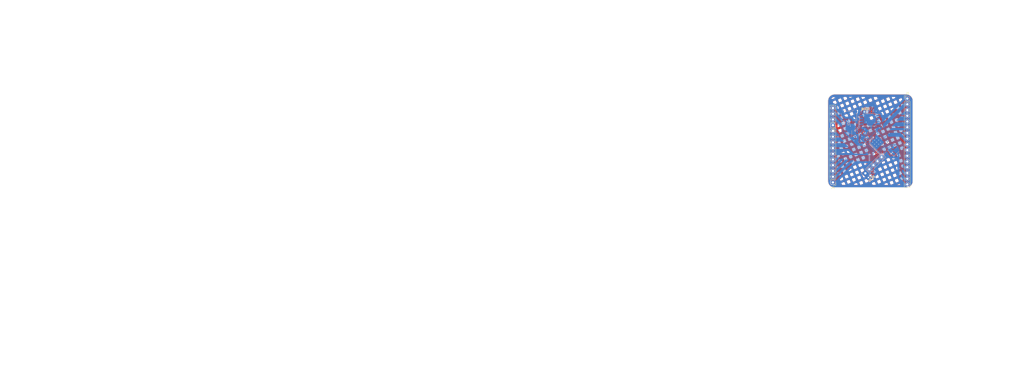
<source format=kicad_pcb>
(kicad_pcb (version 20221018) (generator pcbnew)
  (title_block (title "zensai65_UNI_i4") (rev "v2") (company "shoonie"))
  (layers (0 "F.Cu" signal) (31 "B.Cu" signal) (34 "B.Paste" user) (35 "F.Paste" user) (36 "B.SilkS" user "B.Silkscreen") (37 "F.SilkS" user "F.Silkscreen") (38 "B.Mask" user) (39 "F.Mask" user) (44 "Edge.Cuts" user))
  (net 0 "")
  (net 1 "Net-(J1-Pin_1)")
  (net 2 "Net-(J1-Pin_2)")
  (net 3 "Net-(J1-Pin_3)")
  (net 4 "Net-(J1-Pin_4)")
  (net 5 "Net-(J1-Pin_5)")
  (net 6 "Net-(J1-Pin_6)")
  (net 7 "Net-(J1-Pin_7)")
  (net 8 "Net-(J1-Pin_8)")
  (net 9 "Net-(J1-Pin_9)")
  (net 10 "Net-(J1-Pin_10)")
  (net 11 "Net-(J1-Pin_11)")
  (net 12 "Net-(J1-Pin_12)")
  (net 13 "Net-(J1-Pin_13)")
  (net 14 "Net-(J1-Pin_14)")
  (net 15 "Net-(J1-Pin_15)")
  (net 16 "Net-(J4-Pin_1)")
  (net 17 "Net-(J4-Pin_2)")
  (net 18 "Net-(J4-Pin_3)")
  (net 19 "Net-(J4-Pin_4)")
  (net 20 "Net-(J4-Pin_5)")
  (net 21 "Net-(J4-Pin_6)")
  (net 22 "Net-(J4-Pin_7)")
  (net 23 "Net-(J4-Pin_8)")
  (net 24 "Net-(J4-Pin_9)")
  (net 25 "Net-(J4-Pin_10)")
  (net 26 "Net-(J5-Pin_1)")
  (net 27 "Net-(J5-Pin_2)")
  (net 28 "Net-(J5-Pin_3)")
  (net 29 "Net-(J5-Pin_4)")
  (net 30 "Net-(J1-Pin_16)")
  (net 31 "GND")
  (net 32 "+5V")
  (net 33 "+3V3")
  (net 34 "+1V1")
  (net 35 "XIN")
  (net 36 "Net-(C11-Pad2)")
  (net 37 "D+")
  (net 38 "D-")
  (net 39 "SWCLK")
  (net 40 "SWD")
  (net 41 "RESET")
  (net 42 "XOUT")
  (net 43 "Net-(R7-Pad1)")
  (net 44 "QSPI_SS")
  (net 45 "Net-(R8-Pad2)")
  (net 46 "QSPI_SD3")
  (net 47 "QSPI_SCLK")
  (net 48 "QSPI_SD0")
  (net 49 "QSPI_SD2")
  (net 50 "QSPI_SD1")
  (net 51 "Net-(U1-USB_DP)")
  (net 52 "Net-(U1-USB_DM)")
  (footprint "Connector_PinHeader_2.54mm:PinHeader_1x16_P2.54mm_Vertical" (layer "F.Cu") (at 60.96 18.669)
    (fp_text reference "J1")
    (fp_text value "Conn_01x16")
  )
  (footprint "Connector_PinHeader_2.54mm:PinHeader_1x04_P2.54mm_Vertical" (layer "F.Cu") (at 27.94 30.48 180)
    (fp_text reference "J5")
    (fp_text value "Conn_01x04")
  )
  (footprint "Connector_PinHeader_2.54mm:PinHeader_1x10_P2.54mm_Vertical" (layer "F.Cu") (at 27.94 55.88 180)
    (fp_text reference "J4")
    (fp_text value "Conn_01x10")
  )
  (footprint "Resistor_SMD:R_0402_1005Metric" (layer "B.Cu") (at 45.12738 24.795145)
    (fp_text reference "R7" hide)
    (fp_text value "1k")
  )
  (footprint "Capacitor_SMD:C_0402_1005Metric" (layer "B.Cu") (at 41.876181 36.601168 135)
    (fp_text reference "C7" hide)
    (fp_text value "100n")
  )
  (footprint "Resistor_SMD:R_0402_1005Metric" (layer "B.Cu") (at 53.17918 43.357569 135)
    (fp_text reference "R6" hide)
    (fp_text value "1k")
  )
  (footprint "Capacitor_SMD:C_0402_1005Metric" (layer "B.Cu") (at 56.531982 43.611569 -135)
    (fp_text reference "C11" hide)
    (fp_text value "22p")
  )
  (footprint "Connector_PinHeader_2.54mm:PinHeader_1x05_P2.54mm_Vertical" (layer "B.Cu") (at 42.330027 51.844522 -45)
    (fp_text reference "J3" hide)
    (fp_text value "Conn_01x05")
  )
  (footprint "Package_SO:SOIC-8_5.23x5.23mm_P1.27mm" (layer "B.Cu") (at 44.365381 28.117568 180)
    (fp_text reference "U4" hide)
    (fp_text value "W25Q128JVS")
  )
  (footprint "Capacitor_SMD:C_0402_1005Metric" (layer "B.Cu") (at 51.537392 42.27458 -45)
    (fp_text reference "C14" hide)
    (fp_text value "100n")
  )
  (footprint "Capacitor_SMD:C_0402_1005Metric" (layer "B.Cu") (at 48.886581 32.460968 45)
    (fp_text reference "C15" hide)
    (fp_text value "100n")
  )
  (footprint "Capacitor_SMD:C_0402_1005Metric" (layer "B.Cu") (at 43.654181 43.103568 -135)
    (fp_text reference "C9" hide)
    (fp_text value "100n")
  )
  (footprint "Capacitor_SMD:C_0603_1608Metric" (layer "B.Cu") (at 39.564781 38.277568 -135)
    (fp_text reference "C3" hide)
    (fp_text value "10u")
  )
  (footprint "Package_DFN_QFN:QFN-56-1EP_7x7mm_P0.4mm_EP3.2x3.2mm" (layer "B.Cu") (at 47.311781 38.023568 -135)
    (fp_text reference "U1" hide)
    (fp_text value "RP2040")
  )
  (footprint "Connector_Molex:Molex_Pico-EZmate_78171-0004_1x04-1MP_P1.20mm_Vertical" (layer "B.Cu") (at 35.052 26.416)
    (fp_text reference "J2")
    (fp_text value "Conn_01x04")
  )
  (footprint "Connector_PinHeader_1.27mm:PinHeader_1x02_P1.27mm_Vertical" (layer "B.Cu") (at 43.702562 53.723188 -45)
    (fp_text reference "SW76" hide)
    (fp_text value "SW_RESET")
  )
  (footprint "Capacitor_SMD:C_0402_1005Metric" (layer "B.Cu") (at 43.450981 33.527768 135)
    (fp_text reference "C5" hide)
    (fp_text value "100n")
  )
  (footprint "Connector_PinHeader_1.27mm:PinHeader_1x02_P1.27mm_Vertical" (layer "B.Cu") (at 41.835781 24.561568 -90)
    (fp_text reference "SW77" hide)
    (fp_text value "SW_BOOTSEL")
  )
  (footprint "Resistor_SMD:R_0402_1005Metric" (layer "B.Cu") (at 45.889381 51.536368 -135)
    (fp_text reference "R3" hide)
    (fp_text value "5.1k")
  )
  (footprint "Capacitor_SMD:C_0402_1005Metric" (layer "B.Cu") (at 35.703982 35.686767 -90)
    (fp_text reference "C1" hide)
    (fp_text value "1u")
  )
  (footprint "Capacitor_SMD:C_0402_1005Metric" (layer "B.Cu") (at 56.27798 40.258769 135)
    (fp_text reference "C10" hide)
    (fp_text value "22p")
  )
  (footprint "Resistor_SMD:R_0402_1005Metric" (layer "B.Cu") (at 41.571381 33.375368 -45)
    (fp_text reference "R4" hide)
    (fp_text value "27")
  )
  (footprint "Resistor_SMD:R_0402_1005Metric" (layer "B.Cu") (at 45.127381 23.789358 180)
    (fp_text reference "R8" hide)
    (fp_text value "5.1k")
  )
  (footprint "Resistor_SMD:R_0402_1005Metric" (layer "B.Cu") (at 40.961782 33.984968 -45)
    (fp_text reference "R5" hide)
    (fp_text value "27")
  )
  (footprint "Capacitor_SMD:C_0402_1005Metric" (layer "B.Cu") (at 52.112381 34.950168 45)
    (fp_text reference "C16" hide)
    (fp_text value "100n")
  )
  (footprint "Capacitor_SMD:C_0402_1005Metric" (layer "B.Cu") (at 50.953192 42.858779 -45)
    (fp_text reference "C13" hide)
    (fp_text value "100n")
  )
  (footprint "Package_TO_SOT_SMD:SOT-23-3" (layer "B.Cu") (at 37.888381 34.619968 -90)
    (fp_text reference "U2" hide)
    (fp_text value "XC6206PxxxMR")
  )
  (footprint "Capacitor_SMD:C_0402_1005Metric" (layer "B.Cu") (at 43.095381 34.340568 135)
    (fp_text reference "C8" hide)
    (fp_text value "100n")
  )
  (footprint "Capacitor_SMD:C_0402_1005Metric" (layer "B.Cu") (at 37.888381 32.079967 180)
    (fp_text reference "C2" hide)
    (fp_text value "1u")
  )
  (footprint "Crystal:Crystal_SMD_3225-4Pin_3.2x2.5mm" (layer "B.Cu") (at 54.703181 41.782768 135)
    (fp_text reference "Y1" hide)
    (fp_text value "Crystal_GND24")
  )
  (footprint "Resistor_SMD:R_0402_1005Metric" (layer "B.Cu") (at 45.127381 22.783568 180)
    (fp_text reference "R9" hide)
    (fp_text value "5.1k")
  )
  (footprint "Capacitor_SMD:C_0402_1005Metric" (layer "B.Cu") (at 42.460381 36.016968 135)
    (fp_text reference "C4" hide)
    (fp_text value "1u")
  )
  (footprint "Capacitor_SMD:C_0402_1005Metric" (layer "B.Cu") (at 41.164981 38.988768 -135)
    (fp_text reference "C6" hide)
    (fp_text value "1u")
  )
  (footprint "Capacitor_SMD:C_0402_1005Metric" (layer "B.Cu") (at 40.148981 24.790167 180)
    (fp_text reference "C12" hide)
    (fp_text value "1u")
  )
  (gr_arc (start 60.5 16.662168) (mid 62.621321 17.540848) (end 63.5 19.662168) (stroke (width 0.1)) (layer "Edge.Cuts"))
  (gr_line (start 63.5 19.662168) (end 63.5 55.293) (stroke (width 0.1)) (layer "Edge.Cuts"))
  (gr_line (start 25.654 55.293) (end 25.654 19.662168) (stroke (width 0.1)) (layer "Edge.Cuts"))
  (gr_arc (start 28.654 58.293) (mid 26.53268 57.41432) (end 25.654 55.293) (stroke (width 0.1)) (layer "Edge.Cuts"))
  (gr_line (start 28.654 16.662168) (end 60.5 16.662168) (stroke (width 0.1)) (layer "Edge.Cuts"))
  (gr_arc (start 63.5 55.293) (mid 62.62132 57.41432) (end 60.5 58.293) (stroke (width 0.1)) (layer "Edge.Cuts"))
  (gr_line (start 60.5 58.293) (end 28.654 58.293) (stroke (width 0.1)) (layer "Edge.Cuts"))
  (gr_arc (start 25.654 19.662168) (mid 26.532691 17.540868) (end 28.654 16.662168) (stroke (width 0.1)) (layer "Edge.Cuts"))
  (segment (start 49.885195 29.743805) (end 60.96 18.669) (width 0.2) (layer "B.Cu") (net 1))
  (segment (start 48.186826 34.037254) (end 49.885195 32.338885) (width 0.2) (layer "B.Cu") (net 1))
  (segment (start 49.885195 32.338885) (end 49.885195 29.743805) (width 0.2) (layer "B.Cu") (net 1))
  (segment (start 48.469668 34.320096) (end 60.96 21.829765) (width 0.2) (layer "B.Cu") (net 2))
  (segment (start 60.96 21.829765) (end 60.96 21.209) (width 0.2) (layer "B.Cu") (net 2))
  (segment (start 48.752511 34.602939) (end 59.606452 23.749) (width 0.2) (layer "B.Cu") (net 3))
  (segment (start 59.606452 23.749) (end 60.96 23.749) (width 0.2) (layer "B.Cu") (net 3))
  (segment (start 49.035354 34.885782) (end 57.632136 26.289) (width 0.2) (layer "B.Cu") (net 4))
  (segment (start 57.632136 26.289) (end 60.96 26.289) (width 0.2) (layer "B.Cu") (net 4))
  (segment (start 55.657822 28.829) (end 60.96 28.829) (width 0.2) (layer "B.Cu") (net 5))
  (segment (start 49.318196 35.168624) (end 55.657822 28.829) (width 0.2) (layer "B.Cu") (net 5))
  (segment (start 49.601039 35.451467) (end 53.683507 31.369) (width 0.2) (layer "B.Cu") (net 6))
  (segment (start 53.683507 31.369) (end 60.96 31.369) (width 0.2) (layer "B.Cu") (net 6))
  (segment (start 60.14522 33.09422) (end 60.96 33.909) (width 0.2) (layer "B.Cu") (net 7))
  (segment (start 49.883882 35.73431) (end 52.523973 33.09422) (width 0.2) (layer "B.Cu") (net 7))
  (segment (start 52.523973 33.09422) (end 60.14522 33.09422) (width 0.2) (layer "B.Cu") (net 7))
  (segment (start 50.166725 36.017153) (end 52.689658 33.49422) (width 0.2) (layer "B.Cu") (net 8))
  (segment (start 52.689658 33.49422) (end 58.00522 33.49422) (width 0.2) (layer "B.Cu") (net 8))
  (segment (start 58.00522 33.49422) (end 60.96 36.449) (width 0.2) (layer "B.Cu") (net 8))
  (segment (start 50.73241 36.582838) (end 51.343243 35.972007) (width 0.2) (layer "B.Cu") (net 9))
  (segment (start 51.343243 35.972007) (end 57.943007 35.972007) (width 0.2) (layer "B.Cu") (net 9))
  (segment (start 57.943007 35.972007) (end 60.96 38.989) (width 0.2) (layer "B.Cu") (net 9))
  (segment (start 59.81 39.534008) (end 60.96 40.684008) (width 0.2) (layer "B.Cu") (net 10))
  (segment (start 57.213686 36.372007) (end 59.81 38.968321) (width 0.2) (layer "B.Cu") (net 10))
  (segment (start 51.015253 36.865681) (end 51.508928 36.372007) (width 0.2) (layer "B.Cu") (net 10))
  (segment (start 51.508928 36.372007) (end 57.213686 36.372007) (width 0.2) (layer "B.Cu") (net 10))
  (segment (start 59.81 38.968321) (end 59.81 39.534008) (width 0.2) (layer "B.Cu") (net 10))
  (segment (start 60.96 40.684008) (end 60.96 41.529) (width 0.2) (layer "B.Cu") (net 10))
  (segment (start 57.060668 36.784674) (end 59.41 39.134006) (width 0.2) (layer "B.Cu") (net 11))
  (segment (start 59.81 42.919) (end 60.96 44.069) (width 0.2) (layer "B.Cu") (net 11))
  (segment (start 51.298095 37.148523) (end 51.674613 36.772007) (width 0.2) (layer "B.Cu") (net 11))
  (segment (start 51.977225 36.784671) (end 57.060668 36.784674) (width 0.2) (layer "B.Cu") (net 11))
  (segment (start 59.41 39.699694) (end 59.81 40.099694) (width 0.2) (layer "B.Cu") (net 11))
  (segment (start 51.964561 36.772007) (end 51.977225 36.784671) (width 0.2) (layer "B.Cu") (net 11))
  (segment (start 59.41 39.134006) (end 59.41 39.699694) (width 0.2) (layer "B.Cu") (net 11))
  (segment (start 59.81 40.099694) (end 59.81 42.919) (width 0.2) (layer "B.Cu") (net 11))
  (segment (start 51.674613 36.772007) (end 51.964561 36.772007) (width 0.2) (layer "B.Cu") (net 11))
  (segment (start 59.41 40.26538) (end 59.41 45.059) (width 0.2) (layer "B.Cu") (net 12))
  (segment (start 59.01 39.299691) (end 59.01 39.86538) (width 0.2) (layer "B.Cu") (net 12))
  (segment (start 51.580938 37.431366) (end 51.890297 37.740725) (width 0.2) (layer "B.Cu") (net 12))
  (segment (start 52.446352 37.184671) (end 56.894982 37.184673) (width 0.2) (layer "B.Cu") (net 12))
  (segment (start 59.41 45.059) (end 60.96 46.609) (width 0.2) (layer "B.Cu") (net 12))
  (segment (start 59.01 39.86538) (end 59.41 40.26538) (width 0.2) (layer "B.Cu") (net 12))
  (segment (start 51.890297 37.740725) (end 52.446352 37.184671) (width 0.2) (layer "B.Cu") (net 12))
  (segment (start 56.894982 37.184673) (end 59.01 39.299691) (width 0.2) (layer "B.Cu") (net 12))
  (segment (start 59.01 40.431066) (end 59.01 47.199) (width 0.2) (layer "B.Cu") (net 13))
  (segment (start 56.729296 37.584672) (end 58.61 39.465376) (width 0.2) (layer "B.Cu") (net 13))
  (segment (start 58.61 39.465376) (end 58.61 40.031066) (width 0.2) (layer "B.Cu") (net 13))
  (segment (start 51.580938 38.61577) (end 52.612037 37.584671) (width 0.2) (layer "B.Cu") (net 13))
  (segment (start 52.612037 37.584671) (end 56.729296 37.584672) (width 0.2) (layer "B.Cu") (net 13))
  (segment (start 59.01 47.199) (end 60.96 49.149) (width 0.2) (layer "B.Cu") (net 13))
  (segment (start 58.61 40.031066) (end 59.01 40.431066) (width 0.2) (layer "B.Cu") (net 13))
  (segment (start 60.96 51.689) (end 58.61 49.339) (width 0.2) (layer "B.Cu") (net 14))
  (segment (start 56.56361 37.984671) (end 53.255021 37.984671) (width 0.2) (layer "B.Cu") (net 14))
  (segment (start 51.298095 38.898613) (end 51.674613 39.275129) (width 0.2) (layer "B.Cu") (net 14))
  (segment (start 58.61 49.339) (end 58.61 40.596752) (width 0.2) (layer "B.Cu") (net 14))
  (segment (start 58.61 40.596752) (end 58.21 40.196751) (width 0.2) (layer "B.Cu") (net 14))
  (segment (start 51.964561 39.275129) (end 52.160345 39.079345) (width 0.2) (layer "B.Cu") (net 14))
  (segment (start 52.160345 39.079345) (end 52.240297 38.999393) (width 0.2) (layer "B.Cu") (net 14))
  (segment (start 51.674613 39.275129) (end 51.964561 39.275129) (width 0.2) (layer "B.Cu") (net 14))
  (segment (start 58.21 39.631061) (end 56.56361 37.984671) (width 0.2) (layer "B.Cu") (net 14))
  (segment (start 53.255021 37.984671) (end 52.160345 39.079345) (width 0.2) (layer "B.Cu") (net 14))
  (segment (start 58.21 40.196751) (end 58.21 39.631061) (width 0.2) (layer "B.Cu") (net 14))
  (segment (start 58.21 40.762437) (end 58.21 51.479) (width 0.2) (layer "B.Cu") (net 15))
  (segment (start 57.81 39.796747) (end 57.81 40.362436) (width 0.2) (layer "B.Cu") (net 15))
  (segment (start 56.397924 38.384671) (end 57.81 39.796747) (width 0.2) (layer "B.Cu") (net 15))
  (segment (start 53.420706 38.384671) (end 56.397924 38.384671) (width 0.2) (layer "B.Cu") (net 15))
  (segment (start 57.81 40.362436) (end 58.21 40.762437) (width 0.2) (layer "B.Cu") (net 15))
  (segment (start 58.21 51.479) (end 60.96 54.229) (width 0.2) (layer "B.Cu") (net 15))
  (segment (start 52.130247 39.675129) (end 53.420706 38.384671) (width 0.2) (layer "B.Cu") (net 15))
  (segment (start 51.508928 39.675129) (end 52.130247 39.675129) (width 0.2) (layer "B.Cu") (net 15))
  (segment (start 51.015253 39.181455) (end 51.508928 39.675129) (width 0.2) (layer "B.Cu") (net 15))
  (segment (start 48.563342 42.3864) (end 48.563342 42.679813) (width 0.2) (layer "B.Cu") (net 16))
  (segment (start 48.563342 42.679813) (end 45.140973 46.102182) (width 0.2) (layer "B.Cu") (net 16))
  (segment (start 48.186826 42.009882) (end 48.563342 42.3864) (width 0.2) (layer "B.Cu") (net 16))
  (segment (start 45.140973 46.102182) (end 37.717818 46.102182) (width 0.2) (layer "B.Cu") (net 16))
  (segment (start 37.717818 46.102182) (end 27.94 55.88) (width 0.2) (layer "B.Cu") (net 16))
  (segment (start 46.28035 43.916358) (end 46.280349 44.397123) (width 0.2) (layer "B.Cu") (net 17))
  (segment (start 44.975288 45.702182) (end 35.577818 45.702182) (width 0.2) (layer "B.Cu") (net 17))
  (segment (start 47.903983 42.292725) (end 46.28035 43.916358) (width 0.2) (layer "B.Cu") (net 17))
  (segment (start 35.577818 45.702182) (end 27.94 53.34) (width 0.2) (layer "B.Cu") (net 17))
  (segment (start 46.280349 44.397123) (end 44.975288 45.702182) (width 0.2) (layer "B.Cu") (net 17))
  (segment (start 45.88035 44.231437) (end 44.809603 45.302182) (width 0.2) (layer "B.Cu") (net 18))
  (segment (start 45.880351 43.131953) (end 45.88035 44.231437) (width 0.2) (layer "B.Cu") (net 18))
  (segment (start 44.809603 45.302182) (end 33.437818 45.302182) (width 0.2) (layer "B.Cu") (net 18))
  (segment (start 33.437818 45.302182) (end 27.94 50.8) (width 0.2) (layer "B.Cu") (net 18))
  (segment (start 46.719579 42.292725) (end 45.880351 43.131953) (width 0.2) (layer "B.Cu") (net 18))
  (segment (start 44.643918 44.902182) (end 31.297818 44.902182) (width 0.2) (layer "B.Cu") (net 19))
  (segment (start 31.297818 44.902182) (end 27.94 48.26) (width 0.2) (layer "B.Cu") (net 19))
  (segment (start 45.48035 44.065751) (end 44.643918 44.902182) (width 0.2) (layer "B.Cu") (net 19))
  (segment (start 46.436736 42.009882) (end 45.480351 42.966267) (width 0.2) (layer "B.Cu") (net 19))
  (segment (start 45.480351 42.966267) (end 45.48035 44.065751) (width 0.2) (layer "B.Cu") (net 19))
  (segment (start 45.080351 43.900065) (end 44.478233 44.502182) (width 0.2) (layer "B.Cu") (net 20))
  (segment (start 46.153894 41.72704) (end 45.080351 42.800583) (width 0.2) (layer "B.Cu") (net 20))
  (segment (start 44.478233 44.502182) (end 29.157818 44.502182) (width 0.2) (layer "B.Cu") (net 20))
  (segment (start 29.157818 44.502182) (end 27.94 45.72) (width 0.2) (layer "B.Cu") (net 20))
  (segment (start 45.080351 42.800583) (end 45.080351 43.900065) (width 0.2) (layer "B.Cu") (net 20))
  (segment (start 28.862182 44.102182) (end 27.94 43.18) (width 0.2) (layer "B.Cu") (net 21))
  (segment (start 44.312548 44.102182) (end 28.862182 44.102182) (width 0.2) (layer "B.Cu") (net 21))
  (segment (start 45.871051 41.444197) (end 44.680351 42.634897) (width 0.2) (layer "B.Cu") (net 21))
  (segment (start 44.680351 43.734379) (end 44.312548 44.102182) (width 0.2) (layer "B.Cu") (net 21))
  (segment (start 44.680351 42.634897) (end 44.680351 43.734379) (width 0.2) (layer "B.Cu") (net 21))
  (segment (start 42.910672 42.075128) (end 42.198417 42.787382) (width 0.2) (layer "B.Cu") (net 22))
  (segment (start 44.10875 42.075128) (end 42.910672 42.075128) (width 0.2) (layer "B.Cu") (net 22))
  (segment (start 45.305366 40.878512) (end 44.10875 42.075128) (width 0.2) (layer "B.Cu") (net 22))
  (segment (start 42.198417 42.787382) (end 37.432543 42.787382) (width 0.2) (layer "B.Cu") (net 22))
  (segment (start 37.432543 42.787382) (end 35.285161 40.64) (width 0.2) (layer "B.Cu") (net 22))
  (segment (start 35.285161 40.64) (end 27.94 40.64) (width 0.2) (layer "B.Cu") (net 22))
  (segment (start 42.032732 42.387382) (end 42.744985 41.675129) (width 0.2) (layer "B.Cu") (net 23))
  (segment (start 27.94 38.1) (end 33.310847 38.1) (width 0.2) (layer "B.Cu") (net 23))
  (segment (start 42.744985 41.675129) (end 43.943066 41.675127) (width 0.2) (layer "B.Cu") (net 23))
  (segment (start 43.943066 41.675127) (end 45.022523 40.595669) (width 0.2) (layer "B.Cu") (net 23))
  (segment (start 37.598229 42.387382) (end 42.032732 42.387382) (width 0.2) (layer "B.Cu") (net 23))
  (segment (start 33.310847 38.1) (end 37.598229 42.387382) (width 0.2) (layer "B.Cu") (net 23))
  (segment (start 42.5793 41.275129) (end 41.867047 41.987382) (width 0.2) (layer "B.Cu") (net 24))
  (segment (start 44.73968 40.312826) (end 43.77738 41.275127) (width 0.2) (layer "B.Cu") (net 24))
  (segment (start 31.336532 35.56) (end 27.94 35.56) (width 0.2) (layer "B.Cu") (net 24))
  (segment (start 43.77738 41.275127) (end 42.5793 41.275129) (width 0.2) (layer "B.Cu") (net 24))
  (segment (start 37.763915 41.987382) (end 31.336532 35.56) (width 0.2) (layer "B.Cu") (net 24))
  (segment (start 41.867047 41.987382) (end 37.763915 41.987382) (width 0.2) (layer "B.Cu") (net 24))
  (segment (start 37.929603 41.587382) (end 41.701362 41.587382) (width 0.2) (layer "B.Cu") (net 25))
  (segment (start 42.413615 40.875129) (end 43.611695 40.875127) (width 0.2) (layer "B.Cu") (net 25))
  (segment (start 43.611695 40.875127) (end 44.456837 40.029983) (width 0.2) (layer "B.Cu") (net 25))
  (segment (start 29.362218 33.02) (end 37.929603 41.587382) (width 0.2) (layer "B.Cu") (net 25))
  (segment (start 41.701362 41.587382) (end 42.413615 40.875129) (width 0.2) (layer "B.Cu") (net 25))
  (segment (start 27.94 33.02) (end 29.362218 33.02) (width 0.2) (layer "B.Cu") (net 25))
  (segment (start 31.242 34.334096) (end 38.095288 41.187382) (width 0.2) (layer "B.Cu") (net 26))
  (segment (start 27.94 30.48) (end 31.242 33.782) (width 0.2) (layer "B.Cu") (net 26))
  (segment (start 42.247929 40.475129) (end 43.446009 40.475127) (width 0.2) (layer "B.Cu") (net 26))
  (segment (start 43.446009 40.475127) (end 44.173995 39.747141) (width 0.2) (layer "B.Cu") (net 26))
  (segment (start 41.535676 41.187382) (end 42.247929 40.475129) (width 0.2) (layer "B.Cu") (net 26))
  (segment (start 38.095288 41.187382) (end 41.535676 41.187382) (width 0.2) (layer "B.Cu") (net 26))
  (segment (start 31.242 33.782) (end 31.242 34.334096) (width 0.2) (layer "B.Cu") (net 26))
  (segment (start 43.280323 40.075128) (end 43.891152 39.464298) (width 0.2) (layer "B.Cu") (net 27))
  (segment (start 41.36999 40.787382) (end 42.082243 40.075129) (width 0.2) (layer "B.Cu") (net 27))
  (segment (start 42.082243 40.075129) (end 43.280323 40.075128) (width 0.2) (layer "B.Cu") (net 27))
  (segment (start 27.94 27.94) (end 31.852 31.852) (width 0.2) (layer "B.Cu") (net 27))
  (segment (start 31.852 31.852) (end 31.852 34.37841) (width 0.2) (layer "B.Cu") (net 27))
  (segment (start 38.260973 40.787382) (end 41.36999 40.787382) (width 0.2) (layer "B.Cu") (net 27))
  (segment (start 31.852 34.37841) (end 38.260973 40.787382) (width 0.2) (layer "B.Cu") (net 27))
  (segment (start 32.252 34.212724) (end 38.426658 40.387382) (width 0.2) (layer "B.Cu") (net 28))
  (segment (start 41.204304 40.387382) (end 41.916557 39.675129) (width 0.2) (layer "B.Cu") (net 28))
  (segment (start 27.94 25.4) (end 32.252 29.712) (width 0.2) (layer "B.Cu") (net 28))
  (segment (start 32.252 29.712) (end 32.252 34.212724) (width 0.2) (layer "B.Cu") (net 28))
  (segment (start 43.114637 39.675129) (end 43.608309 39.181455) (width 0.2) (layer "B.Cu") (net 28))
  (segment (start 38.426658 40.387382) (end 41.204304 40.387382) (width 0.2) (layer "B.Cu") (net 28))
  (segment (start 41.916557 39.675129) (end 43.114637 39.675129) (width 0.2) (layer "B.Cu") (net 28))
  (segment (start 32.652 27.572) (end 32.652 34.047039) (width 0.2) (layer "B.Cu") (net 29))
  (segment (start 38.592344 39.987382) (end 41.038618 39.987382) (width 0.2) (layer "B.Cu") (net 29))
  (segment (start 32.652 34.047039) (end 38.592344 39.987382) (width 0.2) (layer "B.Cu") (net 29))
  (segment (start 42.948951 39.275129) (end 43.325467 38.898613) (width 0.2) (layer "B.Cu") (net 29))
  (segment (start 41.750871 39.275129) (end 42.948951 39.275129) (width 0.2) (layer "B.Cu") (net 29))
  (segment (start 41.038618 39.987382) (end 41.750871 39.275129) (width 0.2) (layer "B.Cu") (net 29))
  (segment (start 27.94 22.86) (end 32.652 27.572) (width 0.2) (layer "B.Cu") (net 29))
  (segment (start 56.232238 38.784671) (end 57.41 39.962433) (width 0.2) (layer "B.Cu") (net 30))
  (segment (start 57.81 40.928122) (end 57.81 53.619) (width 0.2) (layer "B.Cu") (net 30))
  (segment (start 52.85303 39.51803) (end 53.040297 39.330763) (width 0.2) (layer "B.Cu") (net 30))
  (segment (start 50.73241 39.464298) (end 51.343243 40.075129) (width 0.2) (layer "B.Cu") (net 30))
  (segment (start 57.41 39.962433) (end 57.41 40.528121) (width 0.2) (layer "B.Cu") (net 30))
  (segment (start 57.41 40.528121) (end 57.81 40.928122) (width 0.2) (layer "B.Cu") (net 30))
  (segment (start 53.586391 38.784671) (end 56.232238 38.784671) (width 0.2) (layer "B.Cu") (net 30))
  (segment (start 52.295933 40.075128) (end 52.85303 39.51803) (width 0.2) (layer "B.Cu") (net 30))
  (segment (start 52.85303 39.51803) (end 53.586391 38.784671) (width 0.2) (layer "B.Cu") (net 30))
  (segment (start 57.81 53.619) (end 60.96 56.769) (width 0.2) (layer "B.Cu") (net 30))
  (segment (start 51.343243 40.075129) (end 52.295933 40.075128) (width 0.2) (layer "B.Cu") (net 30))
  (via (at 48.559352 31.572068) (size 0.5) (drill 0.3) (layers "F.Cu" "B.Cu") (net 31))
  (via (at 47.311781 39.819619) (size 0.5) (drill 0.3) (layers "F.Cu" "B.Cu") (net 31))
  (via (at 46.244981 31.013168) (size 0.5) (drill 0.3) (layers "F.Cu" "B.Cu") (net 31))
  (via (at 49.107832 38.023568) (size 0.5) (drill 0.3) (layers "F.Cu" "B.Cu") (net 31))
  (via (at 35.678581 30.911568) (size 0.5) (drill 0.3) (layers "F.Cu" "B.Cu") (net 31))
  (via (at 46.413755 37.125542) (size 0.5) (drill 0.3) (layers "F.Cu" "B.Cu") (net 31))
  (via (at 48.209807 37.125542) (size 0.5) (drill 0.3) (layers "F.Cu" "B.Cu") (net 31))
  (via (at 47.311781 38.023568) (size 0.5) (drill 0.3) (layers "F.Cu" "B.Cu") (net 31))
  (via (at 40.809381 35.458168) (size 0.5) (drill 0.3) (layers "F.Cu" "B.Cu") (net 31))
  (via (at 42.079381 32.283168) (size 0.5) (drill 0.3) (layers "F.Cu" "B.Cu") (net 31))
  (via (at 45.51573 38.023568) (size 0.5) (drill 0.3) (layers "F.Cu" "B.Cu") (net 31))
  (via (at 42.714381 29.108168) (size 0.5) (drill 0.3) (layers "F.Cu" "B.Cu") (net 31))
  (via (at 46.413755 38.921594) (size 0.5) (drill 0.3) (layers "F.Cu" "B.Cu") (net 31))
  (via (at 37.253381 37.363168) (size 0.5) (drill 0.3) (layers "F.Cu" "B.Cu") (net 31))
  (via (at 47.311781 36.227517) (size 0.5) (drill 0.3) (layers "F.Cu" "B.Cu") (net 31))
  (via (at 52.919588 34.04422) (size 0.5) (drill 0.3) (layers "F.Cu" "B.Cu") (net 31))
  (via (at 47.159381 24.282168) (size 0.5) (drill 0.3) (layers "F.Cu" "B.Cu") (net 31))
  (via (at 48.209807 38.921594) (size 0.5) (drill 0.3) (layers "F.Cu" "B.Cu") (net 31))
  (segment (start 56.617391 39.73551) (end 56.066552 39.184671) (width 0.2) (layer "B.Cu") (net 31))
  (segment (start 51.177558 40.475129) (end 51.816 40.475129) (width 0.2) (layer "B.Cu") (net 31))
  (segment (start 51.816 40.475129) (end 52.475284 40.475128) (width 0.2) (layer "B.Cu") (net 31))
  (segment (start 50.449567 39.747141) (end 51.177558 40.475129) (width 0.2) (layer "B.Cu") (net 31))
  (segment (start 56.066552 39.184671) (end 53.752076 39.184671) (width 0.2) (layer "B.Cu") (net 31))
  (segment (start 53.752076 39.184671) (end 52.461619 40.475128) (width 0.2) (layer "B.Cu") (net 31))
  (segment (start 56.617391 40.59818) (end 56.617391 39.73551) (width 0.2) (layer "B.Cu") (net 31))
  (segment (start 52.461619 40.475128) (end 51.816 40.475129) (width 0.2) (layer "B.Cu") (net 31))
  (segment (start 37.33768 35.206767) (end 37.888381 35.757468) (width 0.3) (layer "B.Cu") (net 32))
  (segment (start 33.252 32.754785) (end 35.703982 35.206767) (width 0.3) (layer "B.Cu") (net 32))
  (segment (start 33.252 28.291) (end 33.252 32.754785) (width 0.3) (layer "B.Cu") (net 32))
  (segment (start 35.703982 35.206767) (end 37.33768 35.206767) (width 0.3) (layer "B.Cu") (net 32))
  (segment (start 37.899054 32.901035) (end 39.545405 31.254684) (width 0.3) (layer "F.Cu") (net 33))
  (segment (start 44.126078 43.510834) (end 44.126078 50.048471) (width 0.2) (layer "F.Cu") (net 33))
  (segment (start 44.130351 43.506561) (end 44.126078 43.510834) (width 0.2) (layer "F.Cu") (net 33))
  (segment (start 39.545405 31.254684) (end 39.545405 26.845867) (width 0.3) (layer "F.Cu") (net 33))
  (via (at 44.130351 43.506561) (size 0.5) (drill 0.3) (layers "F.Cu" "B.Cu") (net 33))
  (via (at 37.899054 32.901035) (size 0.5) (drill 0.3) (layers "F.Cu" "B.Cu") (net 33))
  (via (at 39.545405 26.845867) (size 0.5) (drill 0.3) (layers "F.Cu" "B.Cu") (net 33))
  (segment (start 41.70584 38.447909) (end 42.874763 38.447909) (width 0.2) (layer "B.Cu") (net 33))
  (segment (start 44.054072 37.877128) (end 44.603253 37.877128) (width 0.2) (layer "B.Cu") (net 33))
  (segment (start 40.584595 37.72956) (end 41.504392 38.649357) (width 0.2) (layer "B.Cu") (net 33))
  (segment (start 45.528757 51.45115) (end 45.528757 51.896992) (width 0.2) (layer "B.Cu") (net 33))
  (segment (start 46.342392 35.17458) (end 47.096095 34.420877) (width 0.2) (layer "B.Cu") (net 33))
  (segment (start 39.545405 26.845867) (end 40.178704 26.212568) (width 0.3) (layer "B.Cu") (net 33))
  (segment (start 49.090711 40.063016) (end 50.994781 38.158946) (width 0.2) (layer "B.Cu") (net 33))
  (segment (start 49.919469 36.81288) (end 47.527467 34.420877) (width 0.2) (layer "B.Cu") (net 33))
  (segment (start 45.964725 40.494889) (end 45.964725 40.784837) (width 0.2) (layer "B.Cu") (net 33))
  (segment (start 43.993592 42.755972) (end 45.588208 41.161354) (width 0.2) (layer "B.Cu") (net 33))
  (segment (start 44.456837 35.451466) (end 44.456837 36.017153) (width 0.2) (layer "B.Cu") (net 33))
  (segment (start 45.964725 40.784837) (end 45.588208 41.161354) (width 0.2) (layer "B.Cu") (net 33))
  (segment (start 51.77297 35.289579) (end 51.459982 35.289579) (width 0.2) (layer "B.Cu") (net 33))
  (segment (start 45.588208 41.161354) (end 45.964726 40.784838) (width 0.2) (layer "B.Cu") (net 33))
  (segment (start 39.889883 33.258064) (end 38.711786 32.079967) (width 0.3) (layer "B.Cu") (net 33))
  (segment (start 40.112789 37.72956) (end 40.584595 37.72956) (width 0.2) (layer "B.Cu") (net 33))
  (segment (start 49.936682 36.81288) (end 49.919469 36.81288) (width 0.2) (layer "B.Cu") (net 33))
  (segment (start 44.603253 37.877128) (end 44.925435 37.554946) (width 0.2) (layer "B.Cu") (net 33))
  (segment (start 49.601039 40.595669) (end 49.090711 40.085341) (width 0.2) (layer "B.Cu") (net 33))
  (segment (start 45.618493 40.148656) (end 45.964725 40.494889) (width 0.2) (layer "B.Cu") (net 33))
  (segment (start 43.419142 38.239254) (end 43.70909 38.239254) (width 0.2) (layer "B.Cu") (net 33))
  (segment (start 43.993592 43.369802) (end 43.993592 42.764157) (width 0.2) (layer "B.Cu") (net 33))
  (segment (start 44.048112 37.871168) (end 43.916693 38.002587) (width 0.2) (layer "B.Cu") (net 33))
  (segment (start 47.497959 41.655768) (end 49.090711 40.063016) (width 0.2) (layer "B.Cu") (net 33))
  (segment (start 45.618493 40.148658) (end 47.125604 41.655768) (width 0.2) (layer "B.Cu") (net 33))
  (segment (start 45.992804 36.475948) (end 46.342392 36.12636) (width 0.2) (layer "B.Cu") (net 33))
  (segment (start 44.925435 36.485751) (end 44.456837 36.017153) (width 0.2) (layer "B.Cu") (net 33))
  (segment (start 39.889883 37.506654) (end 39.889883 33.258064) (width 0.3) (layer "B.Cu") (net 33))
  (segment (start 50.449567 36.299995) (end 50.876387 35.873174) (width 0.2) (layer "B.Cu") (net 33))
  (segment (start 44.09696 35.091589) (end 44.73968 35.73431) (width 0.2) (layer "B.Cu") (net 33))
  (segment (start 51.434583 35.314979) (end 51.74757 35.314979) (width 0.2) (layer "B.Cu") (net 33))
  (segment (start 44.925435 37.554946) (end 44.925435 36.485751) (width 0.2) (layer "B.Cu") (net 33))
  (segment (start 37.899054 32.901035) (end 38.256948 32.901035) (width 0.3) (layer "B.Cu") (net 33))
  (segment (start 44.130351 43.506561) (end 43.993592 43.369802) (width 0.2) (layer "B.Cu") (net 33))
  (segment (start 44.126078 50.048471) (end 45.528757 51.45115) (width 0.2) (layer "B.Cu") (net 33))
  (segment (start 50.994781 38.158946) (end 50.994781 37.888191) (width 0.2) (layer "B.Cu") (net 33))
  (segment (start 38.368381 32.079967) (end 38.368381 33.012468) (width 0.3) (layer "B.Cu") (net 33))
  (segment (start 47.527467 34.420877) (end 47.527467 34.130929) (width 0.2) (layer "B.Cu") (net 33))
  (segment (start 49.090711 40.085341) (end 49.090711 40.063016) (width 0.2) (layer "B.Cu") (net 33))
  (segment (start 43.325467 37.148523) (end 44.048112 37.871168) (width 0.2) (layer "B.Cu") (net 33))
  (segment (start 42.706379 37.431366) (end 42.215592 36.940579) (width 0.2) (layer "B.Cu") (net 33))
  (segment (start 38.711786 32.079967) (end 38.368381 32.079967) (width 0.3) (layer "B.Cu") (net 33))
  (segment (start 48.54717 32.800379) (end 48.54717 33.111224) (width 0.2) (layer "B.Cu") (net 33))
  (segment (start 38.368381 33.012468) (end 38.838381 33.482468) (width 0.3) (layer "B.Cu") (net 33))
  (segment (start 40.628981 24.790167) (end 40.628981 24.168368) (width 0.2) (layer "B.Cu") (net 33))
  (segment (start 45.618493 40.148658) (end 45.618493 40.148656) (width 0.2) (layer "B.Cu") (net 33))
  (segment (start 43.042624 38.61577) (end 43.419142 38.239254) (width 0.2) (layer "B.Cu") (net 33))
  (segment (start 51.197981 41.935169) (end 50.940539 41.935169) (width 0.2) (layer "B.Cu") (net 33))
  (segment (start 43.70909 38.239254) (end 43.916693 38.446856) (width 0.2) (layer "B.Cu") (net 33))
  (segment (start 38.256948 32.901035) (end 38.838381 33.482468) (width 0.3) (layer "B.Cu") (net 33))
  (segment (start 44.09696 35.091589) (end 44.456837 35.451466) (width 0.2) (layer "B.Cu") (net 33))
  (segment (start 40.628981 24.790167) (end 40.628981 26.076168) (width 0.2) (layer "B.Cu") (net 33))
  (segment (start 46.342392 36.12636) (end 46.342392 35.17458) (width 0.2) (layer "B.Cu") (net 33))
  (segment (start 51.459982 35.289579) (end 50.876387 35.873174) (width 0.2) (layer "B.Cu") (net 33))
  (segment (start 43.325467 37.148523) (end 43.042624 37.431366) (width 0.2) (layer "B.Cu") (net 33))
  (segment (start 47.527467 34.130929) (end 47.903983 33.754411) (width 0.2) (layer "B.Cu") (net 33))
  (segment (start 43.916693 38.002587) (end 43.916693 38.446856) (width 0.2) (layer "B.Cu") (net 33))
  (segment (start 40.628981 24.168368) (end 42.054371 22.742978) (width 0.2) (layer "B.Cu") (net 33))
  (segment (start 47.096095 34.420877) (end 47.527467 34.420877) (width 0.2) (layer "B.Cu") (net 33))
  (segment (start 50.876387 35.873174) (end 51.434583 35.314979) (width 0.2) (layer "B.Cu") (net 33))
  (segment (start 44.915632 36.475948) (end 45.992804 36.475948) (width 0.2) (layer "B.Cu") (net 33))
  (segment (start 41.504392 38.649357) (end 41.70584 38.447909) (width 0.2) (layer "B.Cu") (net 33))
  (segment (start 50.449567 36.299995) (end 49.936682 36.81288) (width 0.2) (layer "B.Cu") (net 33))
  (segment (start 44.456837 36.017153) (end 44.915632 36.475948) (width 0.2) (layer "B.Cu") (net 33))
  (segment (start 43.042624 37.431366) (end 42.706379 37.431366) (width 0.2) (layer "B.Cu") (net 33))
  (segment (start 44.048112 37.871168) (end 44.054072 37.877128) (width 0.2) (layer "B.Cu") (net 33))
  (segment (start 50.994781 37.888191) (end 49.919469 36.81288) (width 0.2) (layer "B.Cu") (net 33))
  (segment (start 43.685349 34.679979) (end 44.09696 35.091589) (width 0.2) (layer "B.Cu") (net 33))
  (segment (start 48.54717 33.111224) (end 47.903983 33.754411) (width 0.2) (layer "B.Cu") (net 33))
  (segment (start 42.874763 38.447909) (end 43.042624 38.61577) (width 0.2) (layer "B.Cu") (net 33))
  (segment (start 50.940539 41.935169) (end 49.601039 40.595669) (width 0.2) (layer "B.Cu") (net 33))
  (segment (start 42.054371 22.742978) (end 44.716095 22.742978) (width 0.2) (layer "B.Cu") (net 33))
  (segment (start 47.125604 41.655768) (end 47.497959 41.655768) (width 0.2) (layer "B.Cu") (net 33))
  (segment (start 43.916693 38.446856) (end 45.618493 40.148656) (width 0.2) (layer "B.Cu") (net 33))
  (segment (start 44.375435 37.315499) (end 44.375435 37.327128) (width 0.2) (layer "F.Cu") (net 34))
  (segment (start 44.375435 38.897222) (end 44.375435 37.327128) (width 0.2) (layer "F.Cu") (net 34))
  (segment (start 50.312842 43.272297) (end 48.75051 43.272297) (width 0.2) (layer "F.Cu") (net 34))
  (segment (start 48.75051 43.272297) (end 44.375435 38.897222) (width 0.2) (layer "F.Cu") (net 34))
  (segment (start 45.764986 35.925948) (end 44.375435 37.315499) (width 0.2) (layer "F.Cu") (net 34))
  (via (at 45.764986 35.925948) (size 0.5) (drill 0.3) (layers "F.Cu" "B.Cu") (net 34))
  (via (at 50.312842 43.272297) (size 0.5) (drill 0.3) (layers "F.Cu" "B.Cu") (net 34))
  (via (at 44.375435 37.327128) (size 0.5) (drill 0.3) (layers "F.Cu" "B.Cu") (net 34))
  (segment (start 50.312842 43.272297) (end 50.613781 42.971358) (width 0.2) (layer "B.Cu") (net 34))
  (segment (start 45.497004 35.925948) (end 45.022523 35.451467) (width 0.2) (layer "B.Cu") (net 34))
  (segment (start 44.375435 37.327128) (end 44.069756 37.327128) (width 0.2) (layer "B.Cu") (net 34))
  (segment (start 42.799792 36.356379) (end 43.099007 36.356379) (width 0.2) (layer "B.Cu") (net 34))
  (segment (start 50.538778 42.099094) (end 49.318196 40.878512) (width 0.2) (layer "B.Cu") (net 34))
  (segment (start 43.099007 36.356379) (end 43.608309 36.865681) (width 0.2) (layer "B.Cu") (net 34))
  (segment (start 45.764986 35.925948) (end 45.497004 35.925948) (width 0.2) (layer "B.Cu") (net 34))
  (segment (start 50.613781 42.971358) (end 50.613781 42.519368) (width 0.2) (layer "B.Cu") (net 34))
  (segment (start 44.06022 34.137007) (end 44.06022 34.489161) (width 0.2) (layer "B.Cu") (net 34))
  (segment (start 43.790392 33.867179) (end 44.06022 34.137007) (width 0.2) (layer "B.Cu") (net 34))
  (segment (start 44.06022 34.489161) (end 45.022523 35.451467) (width 0.2) (layer "B.Cu") (net 34))
  (segment (start 44.069756 37.327128) (end 43.608309 36.865681) (width 0.2) (layer "B.Cu") (net 34))
  (segment (start 50.538778 42.444365) (end 50.538778 42.099094) (width 0.2) (layer "B.Cu") (net 34))
  (segment (start 52.875284 40.640813) (end 52.875284 40.627149) (width 0.2) (layer "B.Cu") (net 35))
  (segment (start 50.166725 40.029983) (end 51.011873 40.875129) (width 0.2) (layer "B.Cu") (net 35))
  (segment (start 51.011873 40.875129) (end 52.640969 40.875128) (width 0.2) (layer "B.Cu") (net 35))
  (segment (start 52.640969 40.875128) (end 52.875284 40.640813) (width 0.2) (layer "B.Cu") (net 35))
  (segment (start 52.875284 40.627149) (end 53.583075 39.919358) (width 0.2) (layer "B.Cu") (net 35))
  (segment (start 53.583075 39.919358) (end 55.938569 39.919358) (width 0.2) (layer "B.Cu") (net 35))
  (segment (start 55.959784 43.718193) (end 56.192571 43.95098) (width 0.2) (layer "B.Cu") (net 36))
  (segment (start 53.539804 43.718193) (end 55.959784 43.718193) (width 0.2) (layer "B.Cu") (net 36))
  (segment (start 37.191046 29.016) (end 39.597612 31.422566) (width 0.2) (layer "B.Cu") (net 37))
  (segment (start 39.61858 31.422567) (end 41.210757 33.014744) (width 0.2) (layer "B.Cu") (net 37))
  (segment (start 35.790604 28.291) (end 36.515604 29.016) (width 0.2) (layer "B.Cu") (net 37))
  (segment (start 35.652 28.291) (end 35.790604 28.291) (width 0.2) (layer "B.Cu") (net 37))
  (segment (start 39.597612 31.422566) (end 39.61858 31.422567) (width 0.2) (layer "B.Cu") (net 37))
  (segment (start 36.515604 29.016) (end 37.191046 29.016) (width 0.2) (layer "B.Cu") (net 37))
  (segment (start 35.040604 28.741) (end 35.765585 29.465981) (width 0.2) (layer "B.Cu") (net 38))
  (segment (start 34.902 28.741) (end 35.040604 28.741) (width 0.2) (layer "B.Cu") (net 38))
  (segment (start 39.411225 31.872548) (end 39.432163 31.872547) (width 0.2) (layer "B.Cu") (net 38))
  (segment (start 40.549483 33.230281) (end 40.601158 33.281956) (width 0.2) (layer "B.Cu") (net 38))
  (segment (start 39.432163 31.872547) (end 40.549483 32.989867) (width 0.2) (layer "B.Cu") (net 38))
  (segment (start 35.765585 29.465981) (end 37.004658 29.465981) (width 0.2) (layer "B.Cu") (net 38))
  (segment (start 37.004658 29.465981) (end 39.411225 31.872548) (width 0.2) (layer "B.Cu") (net 38))
  (segment (start 40.601158 33.281956) (end 40.601158 33.624344) (width 0.2) (layer "B.Cu") (net 38))
  (segment (start 34.452 28.291) (end 34.902 28.741) (width 0.2) (layer "B.Cu") (net 38))
  (segment (start 40.549483 32.989867) (end 40.549483 33.230281) (width 0.2) (layer "B.Cu") (net 38))
  (segment (start 49.763342 41.889343) (end 49.763342 44.411207) (width 0.2) (layer "B.Cu") (net 39))
  (segment (start 49.035354 41.161354) (end 49.763342 41.889343) (width 0.2) (layer "B.Cu") (net 39))
  (segment (start 47.72553 46.449019) (end 47.72553 44.822673) (width 0.2) (layer "B.Cu") (net 40))
  (segment (start 47.72553 44.822673) (end 49.363342 43.184861) (width 0.2) (layer "B.Cu") (net 40))
  (segment (start 49.363342 43.184861) (end 49.363342 42.055028) (width 0.2) (layer "B.Cu") (net 40))
  (segment (start 49.363342 42.055028) (end 48.752511 41.444197) (width 0.2) (layer "B.Cu") (net 40))
  (segment (start 45.477398 52.825162) (end 46.250005 52.052555) (width 0.2) (layer "B.Cu") (net 41))
  (segment (start 47.32553 45.222673) (end 45.929479 46.618724) (width 0.2) (layer "B.Cu") (net 41))
  (segment (start 47.32553 44.656987) (end 47.32553 45.222673) (width 0.2) (layer "B.Cu") (net 41))
  (segment (start 45.922129 50.847868) (end 46.250005 51.175744) (width 0.2) (layer "B.Cu") (net 41))
  (segment (start 48.469668 41.72704) (end 48.963342 42.220714) (width 0.2) (layer "B.Cu") (net 41))
  (segment (start 46.250005 52.052555) (end 46.250005 51.175744) (width 0.2) (layer "B.Cu") (net 41))
  (segment (start 48.963342 42.220714) (end 48.963342 43.019175) (width 0.2) (layer "B.Cu") (net 41))
  (segment (start 48.963342 43.019175) (end 47.32553 44.656987) (width 0.2) (layer "B.Cu") (net 41))
  (segment (start 45.929479 46.618724) (end 45.929479 48.24507) (width 0.2) (layer "B.Cu") (net 41))
  (segment (start 45.922129 48.25242) (end 45.922129 50.847868) (width 0.2) (layer "B.Cu") (net 41))
  (segment (start 44.600588 52.825162) (end 45.477398 52.825162) (width 0.2) (layer "B.Cu") (net 41))
  (segment (start 51.401542 41.275129) (end 52.970956 42.844543) (width 0.2) (layer "B.Cu") (net 42))
  (segment (start 50.846188 41.275129) (end 51.401542 41.275129) (width 0.2) (layer "B.Cu") (net 42))
  (segment (start 49.883882 40.312826) (end 50.846188 41.275129) (width 0.2) (layer "B.Cu") (net 42))
  (segment (start 44.61738 24.795145) (end 43.339358 24.795145) (width 0.2) (layer "B.Cu") (net 43))
  (segment (start 47.054803 26.212568) (end 47.965381 26.212568) (width 0.2) (layer "B.Cu") (net 44))
  (segment (start 49.465381 27.546172) (end 48.131777 26.212568) (width 0.2) (layer "B.Cu") (net 44))
  (segment (start 46.46022 32.176415) (end 47.614067 31.022568) (width 0.2) (layer "B.Cu") (net 44))
  (segment (start 46.46022 33.495052) (end 46.46022 32.176415) (width 0.2) (layer "B.Cu") (net 44))
  (segment (start 48.967463 31.022568) (end 49.465381 30.52465) (width 0.2) (layer "B.Cu") (net 44))
  (segment (start 45.637381 23.789358) (end 45.637381 24.795144) (width 0.2) (layer "B.Cu") (net 44))
  (segment (start 46.719579 33.754411) (end 46.46022 33.495052) (width 0.2) (layer "B.Cu") (net 44))
  (segment (start 49.465381 30.52465) (end 49.465381 27.546172) (width 0.2) (layer "B.Cu") (net 44))
  (segment (start 47.614067 31.022568) (end 48.967463 31.022568) (width 0.2) (layer "B.Cu") (net 44))
  (segment (start 45.63738 24.795145) (end 47.054803 26.212568) (width 0.2) (layer "B.Cu") (net 44))
  (segment (start 45.721886 22.742978) (end 44.718981 23.745883) (width 0.2) (layer "B.Cu") (net 45))
  (segment (start 45.623171 22.783568) (end 44.617381 23.789358) (width 0.2) (layer "B.Cu") (net 45))
  (segment (start 39.265381 30.524649) (end 39.265381 28.816172) (width 0.2) (layer "B.Cu") (net 46))
  (segment (start 39.265381 28.816172) (end 40.598985 27.482568) (width 0.2) (layer "B.Cu") (net 46))
  (segment (start 39.763299 31.022568) (end 39.265381 30.524649) (width 0.2) (layer "B.Cu") (net 46))
  (segment (start 42.443371 31.022568) (end 39.763299 31.022568) (width 0.2) (layer "B.Cu") (net 46))
  (segment (start 44.46022 33.039417) (end 42.443371 31.022568) (width 0.2) (layer "B.Cu") (net 46))
  (segment (start 45.305366 35.168624) (end 44.46022 34.323476) (width 0.2) (layer "B.Cu") (net 46))
  (segment (start 44.46022 34.323476) (end 44.46022 33.039417) (width 0.2) (layer "B.Cu") (net 46))
  (segment (start 45.588208 34.885782) (end 44.86022 34.157791) (width 0.2) (layer "B.Cu") (net 47))
  (segment (start 39.928985 30.622568) (end 39.665381 30.358964) (width 0.2) (layer "B.Cu") (net 47))
  (segment (start 39.665381 29.617168) (end 40.529981 28.752568) (width 0.2) (layer "B.Cu") (net 47))
  (segment (start 42.609057 30.622568) (end 39.928985 30.622568) (width 0.2) (layer "B.Cu") (net 47))
  (segment (start 39.665381 30.358964) (end 39.665381 29.617168) (width 0.2) (layer "B.Cu") (net 47))
  (segment (start 44.86022 34.157791) (end 44.86022 32.873731) (width 0.2) (layer "B.Cu") (net 47))
  (segment (start 44.86022 32.873731) (end 42.609057 30.622568) (width 0.2) (layer "B.Cu") (net 47))
  (segment (start 45.871051 34.602939) (end 45.26022 33.992106) (width 0.2) (layer "B.Cu") (net 48))
  (segment (start 42.574742 30.022568) (end 40.765381 30.022568) (width 0.2) (layer "B.Cu") (net 48))
  (segment (start 45.26022 32.708046) (end 42.574742 30.022568) (width 0.2) (layer "B.Cu") (net 48))
  (segment (start 45.26022 33.992106) (end 45.26022 32.708046) (width 0.2) (layer "B.Cu") (net 48))
  (segment (start 45.66022 30.820111) (end 47.727763 28.752568) (width 0.2) (layer "B.Cu") (net 49))
  (segment (start 45.66022 33.826421) (end 45.66022 30.820111) (width 0.2) (layer "B.Cu") (net 49))
  (segment (start 46.153894 34.320096) (end 45.66022 33.826421) (width 0.2) (layer "B.Cu") (net 49))
  (segment (start 46.436736 34.037254) (end 46.06022 33.660736) (width 0.2) (layer "B.Cu") (net 50))
  (segment (start 46.06022 33.660736) (end 46.06022 32.010729) (width 0.2) (layer "B.Cu") (net 50))
  (segment (start 48.801777 30.622568) (end 49.065381 30.358964) (width 0.2) (layer "B.Cu") (net 50))
  (segment (start 46.06022 32.010729) (end 47.448381 30.622568) (width 0.2) (layer "B.Cu") (net 50))
  (segment (start 47.448381 30.622568) (end 48.801777 30.622568) (width 0.2) (layer "B.Cu") (net 50))
  (segment (start 49.065381 30.358964) (end 49.065381 28.416172) (width 0.2) (layer "B.Cu") (net 50))
  (segment (start 49.065381 28.416172) (end 48.131777 27.482568) (width 0.2) (layer "B.Cu") (net 50))
  (segment (start 41.703405 33.829405) (end 44.173995 36.299995) (width 0.2) (layer "B.Cu") (net 51))
  (segment (start 44.173995 36.299995) (end 41.932005 34.058005) (width 0.2) (layer "B.Cu") (net 51))
  (segment (start 41.932005 34.058005) (end 41.932005 33.735992) (width 0.2) (layer "B.Cu") (net 51))
  (segment (start 41.425308 34.116992) (end 43.891152 36.582838) (width 0.2) (layer "B.Cu") (net 52))
  (segment (start 41.653906 34.345592) (end 43.891152 36.582838) (width 0.2) (layer "B.Cu") (net 52))
  (segment (start 41.322406 34.345592) (end 41.653906 34.345592) (width 0.2) (layer "B.Cu") (net 52))
  (zone (net 31) (net_name "GND") (layers "F&B.Cu") (connect_pads (clearance 0.2)) (min_thickness 0.2) (fill yes (mode hatch) (thermal_gap 0.5) (thermal_bridge_width 0.5) (hatch_thickness 1) (hatch_gap 1.5) (hatch_orientation 22) (hatch_smoothing_level 3) (hatch_smoothing_value 0.4) (hatch_border_algorithm hatch_thickness) (hatch_min_hole_area 0.3))
    (polygon (pts (xy -290.152619 -22.834832) (xy -295.232619 -25.120832) (xy 93.133381 -16.230832) (xy 112.691381 142.265168) (xy -341.460619 140.233168)))
  )
)
</source>
